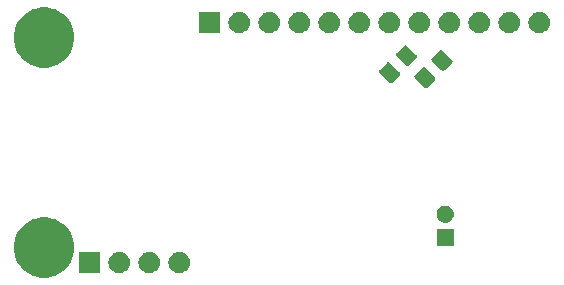
<source format=gbr>
G04 #@! TF.GenerationSoftware,KiCad,Pcbnew,(5.0.2-5)-5*
G04 #@! TF.CreationDate,2019-11-21T15:56:31-05:00*
G04 #@! TF.ProjectId,NEMA0183,4e454d41-3031-4383-932e-6b696361645f,rev?*
G04 #@! TF.SameCoordinates,Original*
G04 #@! TF.FileFunction,Soldermask,Bot*
G04 #@! TF.FilePolarity,Negative*
%FSLAX46Y46*%
G04 Gerber Fmt 4.6, Leading zero omitted, Abs format (unit mm)*
G04 Created by KiCad (PCBNEW (5.0.2-5)-5) date Thursday, November 21, 2019 at 03:56:31 PM*
%MOMM*%
%LPD*%
G01*
G04 APERTURE LIST*
%ADD10C,0.100000*%
G04 APERTURE END LIST*
D10*
G36*
X53037636Y-47818213D02*
X53284041Y-47867226D01*
X53476325Y-47946873D01*
X53748256Y-48059510D01*
X54166043Y-48338666D01*
X54521334Y-48693957D01*
X54800490Y-49111744D01*
X54913127Y-49383675D01*
X54992774Y-49575959D01*
X55090800Y-50068768D01*
X55090800Y-50571232D01*
X54992774Y-51064041D01*
X54913127Y-51256325D01*
X54800490Y-51528256D01*
X54521334Y-51946043D01*
X54166043Y-52301334D01*
X53748256Y-52580490D01*
X53476325Y-52693127D01*
X53284041Y-52772774D01*
X52791233Y-52870800D01*
X52288767Y-52870800D01*
X52042364Y-52821787D01*
X51795959Y-52772774D01*
X51603675Y-52693127D01*
X51331744Y-52580490D01*
X50913957Y-52301334D01*
X50558666Y-51946043D01*
X50279510Y-51528256D01*
X50166873Y-51256325D01*
X50087226Y-51064041D01*
X49989200Y-50571232D01*
X49989200Y-50068768D01*
X50087226Y-49575959D01*
X50166873Y-49383675D01*
X50279510Y-49111744D01*
X50558666Y-48693957D01*
X50913957Y-48338666D01*
X51331744Y-48059510D01*
X51603675Y-47946873D01*
X51795959Y-47867226D01*
X52288767Y-47769200D01*
X52791233Y-47769200D01*
X53037636Y-47818213D01*
X53037636Y-47818213D01*
G37*
G36*
X61518362Y-50693545D02*
X61606588Y-50702234D01*
X61719789Y-50736573D01*
X61776390Y-50753743D01*
X61914980Y-50827822D01*
X61932879Y-50837389D01*
X61968609Y-50866712D01*
X62070044Y-50949956D01*
X62153288Y-51051391D01*
X62182611Y-51087121D01*
X62182612Y-51087123D01*
X62266257Y-51243610D01*
X62266257Y-51243611D01*
X62317766Y-51413412D01*
X62335158Y-51590000D01*
X62317766Y-51766588D01*
X62283427Y-51879789D01*
X62266257Y-51936390D01*
X62261097Y-51946043D01*
X62182611Y-52092879D01*
X62153288Y-52128609D01*
X62070044Y-52230044D01*
X61983175Y-52301334D01*
X61932879Y-52342611D01*
X61932877Y-52342612D01*
X61776390Y-52426257D01*
X61719789Y-52443427D01*
X61606588Y-52477766D01*
X61518362Y-52486455D01*
X61474250Y-52490800D01*
X61385750Y-52490800D01*
X61341638Y-52486455D01*
X61253412Y-52477766D01*
X61140211Y-52443427D01*
X61083610Y-52426257D01*
X60927123Y-52342612D01*
X60927121Y-52342611D01*
X60876825Y-52301334D01*
X60789956Y-52230044D01*
X60706712Y-52128609D01*
X60677389Y-52092879D01*
X60598903Y-51946043D01*
X60593743Y-51936390D01*
X60576573Y-51879789D01*
X60542234Y-51766588D01*
X60524842Y-51590000D01*
X60542234Y-51413412D01*
X60593743Y-51243611D01*
X60593743Y-51243610D01*
X60677388Y-51087123D01*
X60677389Y-51087121D01*
X60706712Y-51051391D01*
X60789956Y-50949956D01*
X60891391Y-50866712D01*
X60927121Y-50837389D01*
X60945020Y-50827822D01*
X61083610Y-50753743D01*
X61140211Y-50736573D01*
X61253412Y-50702234D01*
X61341638Y-50693545D01*
X61385750Y-50689200D01*
X61474250Y-50689200D01*
X61518362Y-50693545D01*
X61518362Y-50693545D01*
G37*
G36*
X58978362Y-50693545D02*
X59066588Y-50702234D01*
X59179789Y-50736573D01*
X59236390Y-50753743D01*
X59374980Y-50827822D01*
X59392879Y-50837389D01*
X59428609Y-50866712D01*
X59530044Y-50949956D01*
X59613288Y-51051391D01*
X59642611Y-51087121D01*
X59642612Y-51087123D01*
X59726257Y-51243610D01*
X59726257Y-51243611D01*
X59777766Y-51413412D01*
X59795158Y-51590000D01*
X59777766Y-51766588D01*
X59743427Y-51879789D01*
X59726257Y-51936390D01*
X59721097Y-51946043D01*
X59642611Y-52092879D01*
X59613288Y-52128609D01*
X59530044Y-52230044D01*
X59443175Y-52301334D01*
X59392879Y-52342611D01*
X59392877Y-52342612D01*
X59236390Y-52426257D01*
X59179789Y-52443427D01*
X59066588Y-52477766D01*
X58978362Y-52486455D01*
X58934250Y-52490800D01*
X58845750Y-52490800D01*
X58801638Y-52486455D01*
X58713412Y-52477766D01*
X58600211Y-52443427D01*
X58543610Y-52426257D01*
X58387123Y-52342612D01*
X58387121Y-52342611D01*
X58336825Y-52301334D01*
X58249956Y-52230044D01*
X58166712Y-52128609D01*
X58137389Y-52092879D01*
X58058903Y-51946043D01*
X58053743Y-51936390D01*
X58036573Y-51879789D01*
X58002234Y-51766588D01*
X57984842Y-51590000D01*
X58002234Y-51413412D01*
X58053743Y-51243611D01*
X58053743Y-51243610D01*
X58137388Y-51087123D01*
X58137389Y-51087121D01*
X58166712Y-51051391D01*
X58249956Y-50949956D01*
X58351391Y-50866712D01*
X58387121Y-50837389D01*
X58405020Y-50827822D01*
X58543610Y-50753743D01*
X58600211Y-50736573D01*
X58713412Y-50702234D01*
X58801638Y-50693545D01*
X58845750Y-50689200D01*
X58934250Y-50689200D01*
X58978362Y-50693545D01*
X58978362Y-50693545D01*
G37*
G36*
X57250800Y-52490800D02*
X55449200Y-52490800D01*
X55449200Y-50689200D01*
X57250800Y-50689200D01*
X57250800Y-52490800D01*
X57250800Y-52490800D01*
G37*
G36*
X64058362Y-50693545D02*
X64146588Y-50702234D01*
X64259789Y-50736573D01*
X64316390Y-50753743D01*
X64454980Y-50827822D01*
X64472879Y-50837389D01*
X64508609Y-50866712D01*
X64610044Y-50949956D01*
X64693288Y-51051391D01*
X64722611Y-51087121D01*
X64722612Y-51087123D01*
X64806257Y-51243610D01*
X64806257Y-51243611D01*
X64857766Y-51413412D01*
X64875158Y-51590000D01*
X64857766Y-51766588D01*
X64823427Y-51879789D01*
X64806257Y-51936390D01*
X64801097Y-51946043D01*
X64722611Y-52092879D01*
X64693288Y-52128609D01*
X64610044Y-52230044D01*
X64523175Y-52301334D01*
X64472879Y-52342611D01*
X64472877Y-52342612D01*
X64316390Y-52426257D01*
X64259789Y-52443427D01*
X64146588Y-52477766D01*
X64058362Y-52486455D01*
X64014250Y-52490800D01*
X63925750Y-52490800D01*
X63881638Y-52486455D01*
X63793412Y-52477766D01*
X63680211Y-52443427D01*
X63623610Y-52426257D01*
X63467123Y-52342612D01*
X63467121Y-52342611D01*
X63416825Y-52301334D01*
X63329956Y-52230044D01*
X63246712Y-52128609D01*
X63217389Y-52092879D01*
X63138903Y-51946043D01*
X63133743Y-51936390D01*
X63116573Y-51879789D01*
X63082234Y-51766588D01*
X63064842Y-51590000D01*
X63082234Y-51413412D01*
X63133743Y-51243611D01*
X63133743Y-51243610D01*
X63217388Y-51087123D01*
X63217389Y-51087121D01*
X63246712Y-51051391D01*
X63329956Y-50949956D01*
X63431391Y-50866712D01*
X63467121Y-50837389D01*
X63485020Y-50827822D01*
X63623610Y-50753743D01*
X63680211Y-50736573D01*
X63793412Y-50702234D01*
X63881638Y-50693545D01*
X63925750Y-50689200D01*
X64014250Y-50689200D01*
X64058362Y-50693545D01*
X64058362Y-50693545D01*
G37*
G36*
X87225800Y-50225800D02*
X85774200Y-50225800D01*
X85774200Y-48774200D01*
X87225800Y-48774200D01*
X87225800Y-50225800D01*
X87225800Y-50225800D01*
G37*
G36*
X86642283Y-46784702D02*
X86779095Y-46826204D01*
X86905184Y-46893599D01*
X87015701Y-46984299D01*
X87106401Y-47094816D01*
X87173796Y-47220905D01*
X87215298Y-47357717D01*
X87229311Y-47500000D01*
X87215298Y-47642283D01*
X87173796Y-47779095D01*
X87106401Y-47905184D01*
X87015701Y-48015701D01*
X86905184Y-48106401D01*
X86779095Y-48173796D01*
X86642283Y-48215298D01*
X86535650Y-48225800D01*
X86464350Y-48225800D01*
X86357717Y-48215298D01*
X86220905Y-48173796D01*
X86094816Y-48106401D01*
X85984299Y-48015701D01*
X85893599Y-47905184D01*
X85826204Y-47779095D01*
X85784702Y-47642283D01*
X85770689Y-47500000D01*
X85784702Y-47357717D01*
X85826204Y-47220905D01*
X85893599Y-47094816D01*
X85984299Y-46984299D01*
X86094816Y-46893599D01*
X86220905Y-46826204D01*
X86357717Y-46784702D01*
X86464350Y-46774200D01*
X86535650Y-46774200D01*
X86642283Y-46784702D01*
X86642283Y-46784702D01*
G37*
G36*
X84726005Y-35039280D02*
X84763684Y-35050710D01*
X84798401Y-35069267D01*
X84833613Y-35098164D01*
X85601836Y-35866387D01*
X85630733Y-35901599D01*
X85649290Y-35936316D01*
X85660720Y-35973995D01*
X85664578Y-36013172D01*
X85660720Y-36052349D01*
X85649290Y-36090028D01*
X85630733Y-36124745D01*
X85601836Y-36159957D01*
X85010389Y-36751404D01*
X84975177Y-36780301D01*
X84940460Y-36798858D01*
X84902781Y-36810288D01*
X84863604Y-36814146D01*
X84824427Y-36810288D01*
X84786748Y-36798858D01*
X84752031Y-36780301D01*
X84716819Y-36751404D01*
X83948596Y-35983181D01*
X83919699Y-35947969D01*
X83901142Y-35913252D01*
X83889712Y-35875573D01*
X83885854Y-35836396D01*
X83889712Y-35797219D01*
X83901142Y-35759540D01*
X83919699Y-35724823D01*
X83948596Y-35689611D01*
X84540043Y-35098164D01*
X84575255Y-35069267D01*
X84609972Y-35050710D01*
X84647651Y-35039280D01*
X84686828Y-35035422D01*
X84726005Y-35039280D01*
X84726005Y-35039280D01*
G37*
G36*
X81726005Y-34639280D02*
X81763684Y-34650710D01*
X81798401Y-34669267D01*
X81833613Y-34698164D01*
X82601836Y-35466387D01*
X82630733Y-35501599D01*
X82649290Y-35536316D01*
X82660720Y-35573995D01*
X82664578Y-35613172D01*
X82660720Y-35652349D01*
X82649290Y-35690028D01*
X82630733Y-35724745D01*
X82601836Y-35759957D01*
X82010389Y-36351404D01*
X81975177Y-36380301D01*
X81940460Y-36398858D01*
X81902781Y-36410288D01*
X81863604Y-36414146D01*
X81824427Y-36410288D01*
X81786748Y-36398858D01*
X81752031Y-36380301D01*
X81716819Y-36351404D01*
X80948596Y-35583181D01*
X80919699Y-35547969D01*
X80901142Y-35513252D01*
X80889712Y-35475573D01*
X80885854Y-35436396D01*
X80889712Y-35397219D01*
X80901142Y-35359540D01*
X80919699Y-35324823D01*
X80948596Y-35289611D01*
X81540043Y-34698164D01*
X81575255Y-34669267D01*
X81609972Y-34650710D01*
X81647651Y-34639280D01*
X81686828Y-34635422D01*
X81726005Y-34639280D01*
X81726005Y-34639280D01*
G37*
G36*
X86175573Y-33589712D02*
X86213252Y-33601142D01*
X86247969Y-33619699D01*
X86283181Y-33648596D01*
X87051404Y-34416819D01*
X87080301Y-34452031D01*
X87098858Y-34486748D01*
X87110288Y-34524427D01*
X87114146Y-34563604D01*
X87110288Y-34602781D01*
X87098858Y-34640460D01*
X87080301Y-34675177D01*
X87051404Y-34710389D01*
X86459957Y-35301836D01*
X86424745Y-35330733D01*
X86390028Y-35349290D01*
X86352349Y-35360720D01*
X86313172Y-35364578D01*
X86273995Y-35360720D01*
X86236316Y-35349290D01*
X86201599Y-35330733D01*
X86166387Y-35301836D01*
X85398164Y-34533613D01*
X85369267Y-34498401D01*
X85350710Y-34463684D01*
X85339280Y-34426005D01*
X85335422Y-34386828D01*
X85339280Y-34347651D01*
X85350710Y-34309972D01*
X85369267Y-34275255D01*
X85398164Y-34240043D01*
X85989611Y-33648596D01*
X86024823Y-33619699D01*
X86059540Y-33601142D01*
X86097219Y-33589712D01*
X86136396Y-33585854D01*
X86175573Y-33589712D01*
X86175573Y-33589712D01*
G37*
G36*
X53284041Y-30087226D02*
X53476325Y-30166873D01*
X53748256Y-30279510D01*
X54166043Y-30558666D01*
X54521334Y-30913957D01*
X54800490Y-31331744D01*
X54913127Y-31603675D01*
X54992774Y-31795959D01*
X55090800Y-32288768D01*
X55090800Y-32791232D01*
X55006604Y-33214515D01*
X54992774Y-33284040D01*
X54800490Y-33748256D01*
X54521334Y-34166043D01*
X54166043Y-34521334D01*
X53748256Y-34800490D01*
X53613699Y-34856225D01*
X53284041Y-34992774D01*
X53069635Y-35035422D01*
X52791233Y-35090800D01*
X52288767Y-35090800D01*
X52010365Y-35035422D01*
X51795959Y-34992774D01*
X51466301Y-34856225D01*
X51331744Y-34800490D01*
X50913957Y-34521334D01*
X50558666Y-34166043D01*
X50279510Y-33748256D01*
X50087226Y-33284040D01*
X50073397Y-33214515D01*
X49989200Y-32791232D01*
X49989200Y-32288768D01*
X50087226Y-31795959D01*
X50166873Y-31603675D01*
X50279510Y-31331744D01*
X50558666Y-30913957D01*
X50913957Y-30558666D01*
X51331744Y-30279510D01*
X51603675Y-30166873D01*
X51795959Y-30087226D01*
X52288767Y-29989200D01*
X52791233Y-29989200D01*
X53284041Y-30087226D01*
X53284041Y-30087226D01*
G37*
G36*
X83175573Y-33189712D02*
X83213252Y-33201142D01*
X83247969Y-33219699D01*
X83283181Y-33248596D01*
X84051404Y-34016819D01*
X84080301Y-34052031D01*
X84098858Y-34086748D01*
X84110288Y-34124427D01*
X84114146Y-34163604D01*
X84110288Y-34202781D01*
X84098858Y-34240460D01*
X84080301Y-34275177D01*
X84051404Y-34310389D01*
X83459957Y-34901836D01*
X83424745Y-34930733D01*
X83390028Y-34949290D01*
X83352349Y-34960720D01*
X83313172Y-34964578D01*
X83273995Y-34960720D01*
X83236316Y-34949290D01*
X83201599Y-34930733D01*
X83166387Y-34901836D01*
X82398164Y-34133613D01*
X82369267Y-34098401D01*
X82350710Y-34063684D01*
X82339280Y-34026005D01*
X82335422Y-33986828D01*
X82339280Y-33947651D01*
X82350710Y-33909972D01*
X82369267Y-33875255D01*
X82398164Y-33840043D01*
X82989611Y-33248596D01*
X83024823Y-33219699D01*
X83059540Y-33201142D01*
X83097219Y-33189712D01*
X83136396Y-33185854D01*
X83175573Y-33189712D01*
X83175573Y-33189712D01*
G37*
G36*
X79298362Y-30373545D02*
X79386588Y-30382234D01*
X79499789Y-30416573D01*
X79556390Y-30433743D01*
X79694980Y-30507822D01*
X79712879Y-30517389D01*
X79748609Y-30546712D01*
X79850044Y-30629956D01*
X79933288Y-30731391D01*
X79962611Y-30767121D01*
X79962612Y-30767123D01*
X80046257Y-30923610D01*
X80046257Y-30923611D01*
X80097766Y-31093412D01*
X80115158Y-31270000D01*
X80097766Y-31446588D01*
X80063427Y-31559789D01*
X80046257Y-31616390D01*
X79972178Y-31754980D01*
X79962611Y-31772879D01*
X79943669Y-31795960D01*
X79850044Y-31910044D01*
X79748609Y-31993288D01*
X79712879Y-32022611D01*
X79712877Y-32022612D01*
X79556390Y-32106257D01*
X79499789Y-32123427D01*
X79386588Y-32157766D01*
X79298362Y-32166455D01*
X79254250Y-32170800D01*
X79165750Y-32170800D01*
X79121638Y-32166455D01*
X79033412Y-32157766D01*
X78920211Y-32123427D01*
X78863610Y-32106257D01*
X78707123Y-32022612D01*
X78707121Y-32022611D01*
X78671391Y-31993288D01*
X78569956Y-31910044D01*
X78476331Y-31795960D01*
X78457389Y-31772879D01*
X78447822Y-31754980D01*
X78373743Y-31616390D01*
X78356573Y-31559789D01*
X78322234Y-31446588D01*
X78304842Y-31270000D01*
X78322234Y-31093412D01*
X78373743Y-30923611D01*
X78373743Y-30923610D01*
X78457388Y-30767123D01*
X78457389Y-30767121D01*
X78486712Y-30731391D01*
X78569956Y-30629956D01*
X78671391Y-30546712D01*
X78707121Y-30517389D01*
X78725020Y-30507822D01*
X78863610Y-30433743D01*
X78920211Y-30416573D01*
X79033412Y-30382234D01*
X79121638Y-30373545D01*
X79165750Y-30369200D01*
X79254250Y-30369200D01*
X79298362Y-30373545D01*
X79298362Y-30373545D01*
G37*
G36*
X76758362Y-30373545D02*
X76846588Y-30382234D01*
X76959789Y-30416573D01*
X77016390Y-30433743D01*
X77154980Y-30507822D01*
X77172879Y-30517389D01*
X77208609Y-30546712D01*
X77310044Y-30629956D01*
X77393288Y-30731391D01*
X77422611Y-30767121D01*
X77422612Y-30767123D01*
X77506257Y-30923610D01*
X77506257Y-30923611D01*
X77557766Y-31093412D01*
X77575158Y-31270000D01*
X77557766Y-31446588D01*
X77523427Y-31559789D01*
X77506257Y-31616390D01*
X77432178Y-31754980D01*
X77422611Y-31772879D01*
X77403669Y-31795960D01*
X77310044Y-31910044D01*
X77208609Y-31993288D01*
X77172879Y-32022611D01*
X77172877Y-32022612D01*
X77016390Y-32106257D01*
X76959789Y-32123427D01*
X76846588Y-32157766D01*
X76758362Y-32166455D01*
X76714250Y-32170800D01*
X76625750Y-32170800D01*
X76581638Y-32166455D01*
X76493412Y-32157766D01*
X76380211Y-32123427D01*
X76323610Y-32106257D01*
X76167123Y-32022612D01*
X76167121Y-32022611D01*
X76131391Y-31993288D01*
X76029956Y-31910044D01*
X75936331Y-31795960D01*
X75917389Y-31772879D01*
X75907822Y-31754980D01*
X75833743Y-31616390D01*
X75816573Y-31559789D01*
X75782234Y-31446588D01*
X75764842Y-31270000D01*
X75782234Y-31093412D01*
X75833743Y-30923611D01*
X75833743Y-30923610D01*
X75917388Y-30767123D01*
X75917389Y-30767121D01*
X75946712Y-30731391D01*
X76029956Y-30629956D01*
X76131391Y-30546712D01*
X76167121Y-30517389D01*
X76185020Y-30507822D01*
X76323610Y-30433743D01*
X76380211Y-30416573D01*
X76493412Y-30382234D01*
X76581638Y-30373545D01*
X76625750Y-30369200D01*
X76714250Y-30369200D01*
X76758362Y-30373545D01*
X76758362Y-30373545D01*
G37*
G36*
X74218362Y-30373545D02*
X74306588Y-30382234D01*
X74419789Y-30416573D01*
X74476390Y-30433743D01*
X74614980Y-30507822D01*
X74632879Y-30517389D01*
X74668609Y-30546712D01*
X74770044Y-30629956D01*
X74853288Y-30731391D01*
X74882611Y-30767121D01*
X74882612Y-30767123D01*
X74966257Y-30923610D01*
X74966257Y-30923611D01*
X75017766Y-31093412D01*
X75035158Y-31270000D01*
X75017766Y-31446588D01*
X74983427Y-31559789D01*
X74966257Y-31616390D01*
X74892178Y-31754980D01*
X74882611Y-31772879D01*
X74863669Y-31795960D01*
X74770044Y-31910044D01*
X74668609Y-31993288D01*
X74632879Y-32022611D01*
X74632877Y-32022612D01*
X74476390Y-32106257D01*
X74419789Y-32123427D01*
X74306588Y-32157766D01*
X74218362Y-32166455D01*
X74174250Y-32170800D01*
X74085750Y-32170800D01*
X74041638Y-32166455D01*
X73953412Y-32157766D01*
X73840211Y-32123427D01*
X73783610Y-32106257D01*
X73627123Y-32022612D01*
X73627121Y-32022611D01*
X73591391Y-31993288D01*
X73489956Y-31910044D01*
X73396331Y-31795960D01*
X73377389Y-31772879D01*
X73367822Y-31754980D01*
X73293743Y-31616390D01*
X73276573Y-31559789D01*
X73242234Y-31446588D01*
X73224842Y-31270000D01*
X73242234Y-31093412D01*
X73293743Y-30923611D01*
X73293743Y-30923610D01*
X73377388Y-30767123D01*
X73377389Y-30767121D01*
X73406712Y-30731391D01*
X73489956Y-30629956D01*
X73591391Y-30546712D01*
X73627121Y-30517389D01*
X73645020Y-30507822D01*
X73783610Y-30433743D01*
X73840211Y-30416573D01*
X73953412Y-30382234D01*
X74041638Y-30373545D01*
X74085750Y-30369200D01*
X74174250Y-30369200D01*
X74218362Y-30373545D01*
X74218362Y-30373545D01*
G37*
G36*
X71678362Y-30373545D02*
X71766588Y-30382234D01*
X71879789Y-30416573D01*
X71936390Y-30433743D01*
X72074980Y-30507822D01*
X72092879Y-30517389D01*
X72128609Y-30546712D01*
X72230044Y-30629956D01*
X72313288Y-30731391D01*
X72342611Y-30767121D01*
X72342612Y-30767123D01*
X72426257Y-30923610D01*
X72426257Y-30923611D01*
X72477766Y-31093412D01*
X72495158Y-31270000D01*
X72477766Y-31446588D01*
X72443427Y-31559789D01*
X72426257Y-31616390D01*
X72352178Y-31754980D01*
X72342611Y-31772879D01*
X72323669Y-31795960D01*
X72230044Y-31910044D01*
X72128609Y-31993288D01*
X72092879Y-32022611D01*
X72092877Y-32022612D01*
X71936390Y-32106257D01*
X71879789Y-32123427D01*
X71766588Y-32157766D01*
X71678362Y-32166455D01*
X71634250Y-32170800D01*
X71545750Y-32170800D01*
X71501638Y-32166455D01*
X71413412Y-32157766D01*
X71300211Y-32123427D01*
X71243610Y-32106257D01*
X71087123Y-32022612D01*
X71087121Y-32022611D01*
X71051391Y-31993288D01*
X70949956Y-31910044D01*
X70856331Y-31795960D01*
X70837389Y-31772879D01*
X70827822Y-31754980D01*
X70753743Y-31616390D01*
X70736573Y-31559789D01*
X70702234Y-31446588D01*
X70684842Y-31270000D01*
X70702234Y-31093412D01*
X70753743Y-30923611D01*
X70753743Y-30923610D01*
X70837388Y-30767123D01*
X70837389Y-30767121D01*
X70866712Y-30731391D01*
X70949956Y-30629956D01*
X71051391Y-30546712D01*
X71087121Y-30517389D01*
X71105020Y-30507822D01*
X71243610Y-30433743D01*
X71300211Y-30416573D01*
X71413412Y-30382234D01*
X71501638Y-30373545D01*
X71545750Y-30369200D01*
X71634250Y-30369200D01*
X71678362Y-30373545D01*
X71678362Y-30373545D01*
G37*
G36*
X69138362Y-30373545D02*
X69226588Y-30382234D01*
X69339789Y-30416573D01*
X69396390Y-30433743D01*
X69534980Y-30507822D01*
X69552879Y-30517389D01*
X69588609Y-30546712D01*
X69690044Y-30629956D01*
X69773288Y-30731391D01*
X69802611Y-30767121D01*
X69802612Y-30767123D01*
X69886257Y-30923610D01*
X69886257Y-30923611D01*
X69937766Y-31093412D01*
X69955158Y-31270000D01*
X69937766Y-31446588D01*
X69903427Y-31559789D01*
X69886257Y-31616390D01*
X69812178Y-31754980D01*
X69802611Y-31772879D01*
X69783669Y-31795960D01*
X69690044Y-31910044D01*
X69588609Y-31993288D01*
X69552879Y-32022611D01*
X69552877Y-32022612D01*
X69396390Y-32106257D01*
X69339789Y-32123427D01*
X69226588Y-32157766D01*
X69138362Y-32166455D01*
X69094250Y-32170800D01*
X69005750Y-32170800D01*
X68961638Y-32166455D01*
X68873412Y-32157766D01*
X68760211Y-32123427D01*
X68703610Y-32106257D01*
X68547123Y-32022612D01*
X68547121Y-32022611D01*
X68511391Y-31993288D01*
X68409956Y-31910044D01*
X68316331Y-31795960D01*
X68297389Y-31772879D01*
X68287822Y-31754980D01*
X68213743Y-31616390D01*
X68196573Y-31559789D01*
X68162234Y-31446588D01*
X68144842Y-31270000D01*
X68162234Y-31093412D01*
X68213743Y-30923611D01*
X68213743Y-30923610D01*
X68297388Y-30767123D01*
X68297389Y-30767121D01*
X68326712Y-30731391D01*
X68409956Y-30629956D01*
X68511391Y-30546712D01*
X68547121Y-30517389D01*
X68565020Y-30507822D01*
X68703610Y-30433743D01*
X68760211Y-30416573D01*
X68873412Y-30382234D01*
X68961638Y-30373545D01*
X69005750Y-30369200D01*
X69094250Y-30369200D01*
X69138362Y-30373545D01*
X69138362Y-30373545D01*
G37*
G36*
X67410800Y-32170800D02*
X65609200Y-32170800D01*
X65609200Y-30369200D01*
X67410800Y-30369200D01*
X67410800Y-32170800D01*
X67410800Y-32170800D01*
G37*
G36*
X84378362Y-30373545D02*
X84466588Y-30382234D01*
X84579789Y-30416573D01*
X84636390Y-30433743D01*
X84774980Y-30507822D01*
X84792879Y-30517389D01*
X84828609Y-30546712D01*
X84930044Y-30629956D01*
X85013288Y-30731391D01*
X85042611Y-30767121D01*
X85042612Y-30767123D01*
X85126257Y-30923610D01*
X85126257Y-30923611D01*
X85177766Y-31093412D01*
X85195158Y-31270000D01*
X85177766Y-31446588D01*
X85143427Y-31559789D01*
X85126257Y-31616390D01*
X85052178Y-31754980D01*
X85042611Y-31772879D01*
X85023669Y-31795960D01*
X84930044Y-31910044D01*
X84828609Y-31993288D01*
X84792879Y-32022611D01*
X84792877Y-32022612D01*
X84636390Y-32106257D01*
X84579789Y-32123427D01*
X84466588Y-32157766D01*
X84378362Y-32166455D01*
X84334250Y-32170800D01*
X84245750Y-32170800D01*
X84201638Y-32166455D01*
X84113412Y-32157766D01*
X84000211Y-32123427D01*
X83943610Y-32106257D01*
X83787123Y-32022612D01*
X83787121Y-32022611D01*
X83751391Y-31993288D01*
X83649956Y-31910044D01*
X83556331Y-31795960D01*
X83537389Y-31772879D01*
X83527822Y-31754980D01*
X83453743Y-31616390D01*
X83436573Y-31559789D01*
X83402234Y-31446588D01*
X83384842Y-31270000D01*
X83402234Y-31093412D01*
X83453743Y-30923611D01*
X83453743Y-30923610D01*
X83537388Y-30767123D01*
X83537389Y-30767121D01*
X83566712Y-30731391D01*
X83649956Y-30629956D01*
X83751391Y-30546712D01*
X83787121Y-30517389D01*
X83805020Y-30507822D01*
X83943610Y-30433743D01*
X84000211Y-30416573D01*
X84113412Y-30382234D01*
X84201638Y-30373545D01*
X84245750Y-30369200D01*
X84334250Y-30369200D01*
X84378362Y-30373545D01*
X84378362Y-30373545D01*
G37*
G36*
X86918362Y-30373545D02*
X87006588Y-30382234D01*
X87119789Y-30416573D01*
X87176390Y-30433743D01*
X87314980Y-30507822D01*
X87332879Y-30517389D01*
X87368609Y-30546712D01*
X87470044Y-30629956D01*
X87553288Y-30731391D01*
X87582611Y-30767121D01*
X87582612Y-30767123D01*
X87666257Y-30923610D01*
X87666257Y-30923611D01*
X87717766Y-31093412D01*
X87735158Y-31270000D01*
X87717766Y-31446588D01*
X87683427Y-31559789D01*
X87666257Y-31616390D01*
X87592178Y-31754980D01*
X87582611Y-31772879D01*
X87563669Y-31795960D01*
X87470044Y-31910044D01*
X87368609Y-31993288D01*
X87332879Y-32022611D01*
X87332877Y-32022612D01*
X87176390Y-32106257D01*
X87119789Y-32123427D01*
X87006588Y-32157766D01*
X86918362Y-32166455D01*
X86874250Y-32170800D01*
X86785750Y-32170800D01*
X86741638Y-32166455D01*
X86653412Y-32157766D01*
X86540211Y-32123427D01*
X86483610Y-32106257D01*
X86327123Y-32022612D01*
X86327121Y-32022611D01*
X86291391Y-31993288D01*
X86189956Y-31910044D01*
X86096331Y-31795960D01*
X86077389Y-31772879D01*
X86067822Y-31754980D01*
X85993743Y-31616390D01*
X85976573Y-31559789D01*
X85942234Y-31446588D01*
X85924842Y-31270000D01*
X85942234Y-31093412D01*
X85993743Y-30923611D01*
X85993743Y-30923610D01*
X86077388Y-30767123D01*
X86077389Y-30767121D01*
X86106712Y-30731391D01*
X86189956Y-30629956D01*
X86291391Y-30546712D01*
X86327121Y-30517389D01*
X86345020Y-30507822D01*
X86483610Y-30433743D01*
X86540211Y-30416573D01*
X86653412Y-30382234D01*
X86741638Y-30373545D01*
X86785750Y-30369200D01*
X86874250Y-30369200D01*
X86918362Y-30373545D01*
X86918362Y-30373545D01*
G37*
G36*
X89458362Y-30373545D02*
X89546588Y-30382234D01*
X89659789Y-30416573D01*
X89716390Y-30433743D01*
X89854980Y-30507822D01*
X89872879Y-30517389D01*
X89908609Y-30546712D01*
X90010044Y-30629956D01*
X90093288Y-30731391D01*
X90122611Y-30767121D01*
X90122612Y-30767123D01*
X90206257Y-30923610D01*
X90206257Y-30923611D01*
X90257766Y-31093412D01*
X90275158Y-31270000D01*
X90257766Y-31446588D01*
X90223427Y-31559789D01*
X90206257Y-31616390D01*
X90132178Y-31754980D01*
X90122611Y-31772879D01*
X90103669Y-31795960D01*
X90010044Y-31910044D01*
X89908609Y-31993288D01*
X89872879Y-32022611D01*
X89872877Y-32022612D01*
X89716390Y-32106257D01*
X89659789Y-32123427D01*
X89546588Y-32157766D01*
X89458362Y-32166455D01*
X89414250Y-32170800D01*
X89325750Y-32170800D01*
X89281638Y-32166455D01*
X89193412Y-32157766D01*
X89080211Y-32123427D01*
X89023610Y-32106257D01*
X88867123Y-32022612D01*
X88867121Y-32022611D01*
X88831391Y-31993288D01*
X88729956Y-31910044D01*
X88636331Y-31795960D01*
X88617389Y-31772879D01*
X88607822Y-31754980D01*
X88533743Y-31616390D01*
X88516573Y-31559789D01*
X88482234Y-31446588D01*
X88464842Y-31270000D01*
X88482234Y-31093412D01*
X88533743Y-30923611D01*
X88533743Y-30923610D01*
X88617388Y-30767123D01*
X88617389Y-30767121D01*
X88646712Y-30731391D01*
X88729956Y-30629956D01*
X88831391Y-30546712D01*
X88867121Y-30517389D01*
X88885020Y-30507822D01*
X89023610Y-30433743D01*
X89080211Y-30416573D01*
X89193412Y-30382234D01*
X89281638Y-30373545D01*
X89325750Y-30369200D01*
X89414250Y-30369200D01*
X89458362Y-30373545D01*
X89458362Y-30373545D01*
G37*
G36*
X81838362Y-30373545D02*
X81926588Y-30382234D01*
X82039789Y-30416573D01*
X82096390Y-30433743D01*
X82234980Y-30507822D01*
X82252879Y-30517389D01*
X82288609Y-30546712D01*
X82390044Y-30629956D01*
X82473288Y-30731391D01*
X82502611Y-30767121D01*
X82502612Y-30767123D01*
X82586257Y-30923610D01*
X82586257Y-30923611D01*
X82637766Y-31093412D01*
X82655158Y-31270000D01*
X82637766Y-31446588D01*
X82603427Y-31559789D01*
X82586257Y-31616390D01*
X82512178Y-31754980D01*
X82502611Y-31772879D01*
X82483669Y-31795960D01*
X82390044Y-31910044D01*
X82288609Y-31993288D01*
X82252879Y-32022611D01*
X82252877Y-32022612D01*
X82096390Y-32106257D01*
X82039789Y-32123427D01*
X81926588Y-32157766D01*
X81838362Y-32166455D01*
X81794250Y-32170800D01*
X81705750Y-32170800D01*
X81661638Y-32166455D01*
X81573412Y-32157766D01*
X81460211Y-32123427D01*
X81403610Y-32106257D01*
X81247123Y-32022612D01*
X81247121Y-32022611D01*
X81211391Y-31993288D01*
X81109956Y-31910044D01*
X81016331Y-31795960D01*
X80997389Y-31772879D01*
X80987822Y-31754980D01*
X80913743Y-31616390D01*
X80896573Y-31559789D01*
X80862234Y-31446588D01*
X80844842Y-31270000D01*
X80862234Y-31093412D01*
X80913743Y-30923611D01*
X80913743Y-30923610D01*
X80997388Y-30767123D01*
X80997389Y-30767121D01*
X81026712Y-30731391D01*
X81109956Y-30629956D01*
X81211391Y-30546712D01*
X81247121Y-30517389D01*
X81265020Y-30507822D01*
X81403610Y-30433743D01*
X81460211Y-30416573D01*
X81573412Y-30382234D01*
X81661638Y-30373545D01*
X81705750Y-30369200D01*
X81794250Y-30369200D01*
X81838362Y-30373545D01*
X81838362Y-30373545D01*
G37*
G36*
X91998362Y-30373545D02*
X92086588Y-30382234D01*
X92199789Y-30416573D01*
X92256390Y-30433743D01*
X92394980Y-30507822D01*
X92412879Y-30517389D01*
X92448609Y-30546712D01*
X92550044Y-30629956D01*
X92633288Y-30731391D01*
X92662611Y-30767121D01*
X92662612Y-30767123D01*
X92746257Y-30923610D01*
X92746257Y-30923611D01*
X92797766Y-31093412D01*
X92815158Y-31270000D01*
X92797766Y-31446588D01*
X92763427Y-31559789D01*
X92746257Y-31616390D01*
X92672178Y-31754980D01*
X92662611Y-31772879D01*
X92643669Y-31795960D01*
X92550044Y-31910044D01*
X92448609Y-31993288D01*
X92412879Y-32022611D01*
X92412877Y-32022612D01*
X92256390Y-32106257D01*
X92199789Y-32123427D01*
X92086588Y-32157766D01*
X91998362Y-32166455D01*
X91954250Y-32170800D01*
X91865750Y-32170800D01*
X91821638Y-32166455D01*
X91733412Y-32157766D01*
X91620211Y-32123427D01*
X91563610Y-32106257D01*
X91407123Y-32022612D01*
X91407121Y-32022611D01*
X91371391Y-31993288D01*
X91269956Y-31910044D01*
X91176331Y-31795960D01*
X91157389Y-31772879D01*
X91147822Y-31754980D01*
X91073743Y-31616390D01*
X91056573Y-31559789D01*
X91022234Y-31446588D01*
X91004842Y-31270000D01*
X91022234Y-31093412D01*
X91073743Y-30923611D01*
X91073743Y-30923610D01*
X91157388Y-30767123D01*
X91157389Y-30767121D01*
X91186712Y-30731391D01*
X91269956Y-30629956D01*
X91371391Y-30546712D01*
X91407121Y-30517389D01*
X91425020Y-30507822D01*
X91563610Y-30433743D01*
X91620211Y-30416573D01*
X91733412Y-30382234D01*
X91821638Y-30373545D01*
X91865750Y-30369200D01*
X91954250Y-30369200D01*
X91998362Y-30373545D01*
X91998362Y-30373545D01*
G37*
G36*
X94538362Y-30373545D02*
X94626588Y-30382234D01*
X94739789Y-30416573D01*
X94796390Y-30433743D01*
X94934980Y-30507822D01*
X94952879Y-30517389D01*
X94988609Y-30546712D01*
X95090044Y-30629956D01*
X95173288Y-30731391D01*
X95202611Y-30767121D01*
X95202612Y-30767123D01*
X95286257Y-30923610D01*
X95286257Y-30923611D01*
X95337766Y-31093412D01*
X95355158Y-31270000D01*
X95337766Y-31446588D01*
X95303427Y-31559789D01*
X95286257Y-31616390D01*
X95212178Y-31754980D01*
X95202611Y-31772879D01*
X95183669Y-31795960D01*
X95090044Y-31910044D01*
X94988609Y-31993288D01*
X94952879Y-32022611D01*
X94952877Y-32022612D01*
X94796390Y-32106257D01*
X94739789Y-32123427D01*
X94626588Y-32157766D01*
X94538362Y-32166455D01*
X94494250Y-32170800D01*
X94405750Y-32170800D01*
X94361638Y-32166455D01*
X94273412Y-32157766D01*
X94160211Y-32123427D01*
X94103610Y-32106257D01*
X93947123Y-32022612D01*
X93947121Y-32022611D01*
X93911391Y-31993288D01*
X93809956Y-31910044D01*
X93716331Y-31795960D01*
X93697389Y-31772879D01*
X93687822Y-31754980D01*
X93613743Y-31616390D01*
X93596573Y-31559789D01*
X93562234Y-31446588D01*
X93544842Y-31270000D01*
X93562234Y-31093412D01*
X93613743Y-30923611D01*
X93613743Y-30923610D01*
X93697388Y-30767123D01*
X93697389Y-30767121D01*
X93726712Y-30731391D01*
X93809956Y-30629956D01*
X93911391Y-30546712D01*
X93947121Y-30517389D01*
X93965020Y-30507822D01*
X94103610Y-30433743D01*
X94160211Y-30416573D01*
X94273412Y-30382234D01*
X94361638Y-30373545D01*
X94405750Y-30369200D01*
X94494250Y-30369200D01*
X94538362Y-30373545D01*
X94538362Y-30373545D01*
G37*
M02*

</source>
